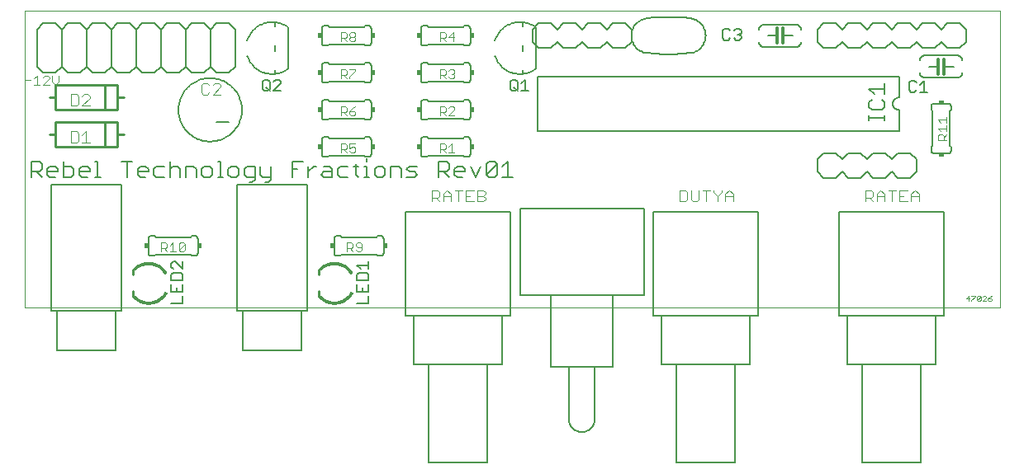
<source format=gto>
G75*
G70*
%OFA0B0*%
%FSLAX24Y24*%
%IPPOS*%
%LPD*%
%AMOC8*
5,1,8,0,0,1.08239X$1,22.5*
%
%ADD10C,0.0000*%
%ADD11C,0.0030*%
%ADD12C,0.0060*%
%ADD13C,0.0020*%
%ADD14C,0.0070*%
%ADD15C,0.0080*%
%ADD16C,0.0120*%
%ADD17C,0.0050*%
%ADD18R,0.0150X0.0200*%
%ADD19C,0.0040*%
%ADD20C,0.0100*%
%ADD21R,0.0200X0.0150*%
%ADD22C,0.0010*%
D10*
X000300Y006368D02*
X000300Y018368D01*
X039670Y018368D01*
X039670Y006368D01*
X000300Y006368D01*
D11*
X000683Y015383D02*
X000930Y015383D01*
X001052Y015383D02*
X001299Y015629D01*
X001299Y015691D01*
X001237Y015753D01*
X001113Y015753D01*
X001052Y015691D01*
X000807Y015753D02*
X000683Y015629D01*
X000562Y015568D02*
X000315Y015568D01*
X000807Y015753D02*
X000807Y015383D01*
X001052Y015383D02*
X001299Y015383D01*
X001420Y015506D02*
X001543Y015383D01*
X001667Y015506D01*
X001667Y015753D01*
X001420Y015753D02*
X001420Y015506D01*
D12*
X001550Y015868D02*
X001050Y015868D01*
X000800Y016118D01*
X000800Y017618D01*
X001050Y017868D01*
X001550Y017868D01*
X001800Y017618D01*
X001800Y016118D01*
X002050Y015868D01*
X002550Y015868D01*
X002800Y016118D01*
X002800Y017618D01*
X003050Y017868D01*
X003550Y017868D01*
X003800Y017618D01*
X003800Y016118D01*
X004050Y015868D01*
X004550Y015868D01*
X004800Y016118D01*
X004800Y017618D01*
X005050Y017868D01*
X005550Y017868D01*
X005800Y017618D01*
X005800Y016118D01*
X006050Y015868D01*
X006550Y015868D01*
X006800Y016118D01*
X006800Y017618D01*
X007050Y017868D01*
X007550Y017868D01*
X007800Y017618D01*
X007800Y016118D01*
X007550Y015868D01*
X007050Y015868D01*
X006800Y016118D01*
X005800Y016118D02*
X005550Y015868D01*
X005050Y015868D01*
X004800Y016118D01*
X003800Y016118D02*
X003550Y015868D01*
X003050Y015868D01*
X002800Y016118D01*
X001800Y016118D02*
X001550Y015868D01*
X001800Y017618D02*
X002050Y017868D01*
X002550Y017868D01*
X002800Y017618D01*
X003800Y017618D02*
X004050Y017868D01*
X004550Y017868D01*
X004800Y017618D01*
X005800Y017618D02*
X006050Y017868D01*
X006550Y017868D01*
X006800Y017618D01*
X007800Y017618D02*
X008050Y017868D01*
X008550Y017868D01*
X008800Y017618D01*
X008800Y016118D01*
X008550Y015868D01*
X008050Y015868D01*
X007800Y016118D01*
X012300Y016168D02*
X012300Y015568D01*
X012302Y015551D01*
X012306Y015534D01*
X012313Y015518D01*
X012323Y015504D01*
X012336Y015491D01*
X012350Y015481D01*
X012366Y015474D01*
X012383Y015470D01*
X012400Y015468D01*
X012550Y015468D01*
X012600Y015518D01*
X014000Y015518D01*
X014050Y015468D01*
X014200Y015468D01*
X014217Y015470D01*
X014234Y015474D01*
X014250Y015481D01*
X014264Y015491D01*
X014277Y015504D01*
X014287Y015518D01*
X014294Y015534D01*
X014298Y015551D01*
X014300Y015568D01*
X014300Y016168D01*
X014298Y016185D01*
X014294Y016202D01*
X014287Y016218D01*
X014277Y016232D01*
X014264Y016245D01*
X014250Y016255D01*
X014234Y016262D01*
X014217Y016266D01*
X014200Y016268D01*
X014050Y016268D01*
X014000Y016218D01*
X012600Y016218D01*
X012550Y016268D01*
X012400Y016268D01*
X012383Y016266D01*
X012366Y016262D01*
X012350Y016255D01*
X012336Y016245D01*
X012323Y016232D01*
X012313Y016218D01*
X012306Y016202D01*
X012302Y016185D01*
X012300Y016168D01*
X012400Y016968D02*
X012550Y016968D01*
X012600Y017018D01*
X014000Y017018D01*
X014050Y016968D01*
X014200Y016968D01*
X014217Y016970D01*
X014234Y016974D01*
X014250Y016981D01*
X014264Y016991D01*
X014277Y017004D01*
X014287Y017018D01*
X014294Y017034D01*
X014298Y017051D01*
X014300Y017068D01*
X014300Y017668D01*
X014298Y017685D01*
X014294Y017702D01*
X014287Y017718D01*
X014277Y017732D01*
X014264Y017745D01*
X014250Y017755D01*
X014234Y017762D01*
X014217Y017766D01*
X014200Y017768D01*
X014050Y017768D01*
X014000Y017718D01*
X012600Y017718D01*
X012550Y017768D01*
X012400Y017768D01*
X012383Y017766D01*
X012366Y017762D01*
X012350Y017755D01*
X012336Y017745D01*
X012323Y017732D01*
X012313Y017718D01*
X012306Y017702D01*
X012302Y017685D01*
X012300Y017668D01*
X012300Y017068D01*
X012302Y017051D01*
X012306Y017034D01*
X012313Y017018D01*
X012323Y017004D01*
X012336Y016991D01*
X012350Y016981D01*
X012366Y016974D01*
X012383Y016970D01*
X012400Y016968D01*
X016300Y017068D02*
X016300Y017668D01*
X016302Y017685D01*
X016306Y017702D01*
X016313Y017718D01*
X016323Y017732D01*
X016336Y017745D01*
X016350Y017755D01*
X016366Y017762D01*
X016383Y017766D01*
X016400Y017768D01*
X016550Y017768D01*
X016600Y017718D01*
X018000Y017718D01*
X018050Y017768D01*
X018200Y017768D01*
X018217Y017766D01*
X018234Y017762D01*
X018250Y017755D01*
X018264Y017745D01*
X018277Y017732D01*
X018287Y017718D01*
X018294Y017702D01*
X018298Y017685D01*
X018300Y017668D01*
X018300Y017068D01*
X018298Y017051D01*
X018294Y017034D01*
X018287Y017018D01*
X018277Y017004D01*
X018264Y016991D01*
X018250Y016981D01*
X018234Y016974D01*
X018217Y016970D01*
X018200Y016968D01*
X018050Y016968D01*
X018000Y017018D01*
X016600Y017018D01*
X016550Y016968D01*
X016400Y016968D01*
X016383Y016970D01*
X016366Y016974D01*
X016350Y016981D01*
X016336Y016991D01*
X016323Y017004D01*
X016313Y017018D01*
X016306Y017034D01*
X016302Y017051D01*
X016300Y017068D01*
X016400Y016268D02*
X016550Y016268D01*
X016600Y016218D01*
X018000Y016218D01*
X018050Y016268D01*
X018200Y016268D01*
X018217Y016266D01*
X018234Y016262D01*
X018250Y016255D01*
X018264Y016245D01*
X018277Y016232D01*
X018287Y016218D01*
X018294Y016202D01*
X018298Y016185D01*
X018300Y016168D01*
X018300Y015568D01*
X018298Y015551D01*
X018294Y015534D01*
X018287Y015518D01*
X018277Y015504D01*
X018264Y015491D01*
X018250Y015481D01*
X018234Y015474D01*
X018217Y015470D01*
X018200Y015468D01*
X018050Y015468D01*
X018000Y015518D01*
X016600Y015518D01*
X016550Y015468D01*
X016400Y015468D01*
X016383Y015470D01*
X016366Y015474D01*
X016350Y015481D01*
X016336Y015491D01*
X016323Y015504D01*
X016313Y015518D01*
X016306Y015534D01*
X016302Y015551D01*
X016300Y015568D01*
X016300Y016168D01*
X016302Y016185D01*
X016306Y016202D01*
X016313Y016218D01*
X016323Y016232D01*
X016336Y016245D01*
X016350Y016255D01*
X016366Y016262D01*
X016383Y016266D01*
X016400Y016268D01*
X016400Y014768D02*
X016550Y014768D01*
X016600Y014718D01*
X018000Y014718D01*
X018050Y014768D01*
X018200Y014768D01*
X018217Y014766D01*
X018234Y014762D01*
X018250Y014755D01*
X018264Y014745D01*
X018277Y014732D01*
X018287Y014718D01*
X018294Y014702D01*
X018298Y014685D01*
X018300Y014668D01*
X018300Y014068D01*
X018298Y014051D01*
X018294Y014034D01*
X018287Y014018D01*
X018277Y014004D01*
X018264Y013991D01*
X018250Y013981D01*
X018234Y013974D01*
X018217Y013970D01*
X018200Y013968D01*
X018050Y013968D01*
X018000Y014018D01*
X016600Y014018D01*
X016550Y013968D01*
X016400Y013968D01*
X016383Y013970D01*
X016366Y013974D01*
X016350Y013981D01*
X016336Y013991D01*
X016323Y014004D01*
X016313Y014018D01*
X016306Y014034D01*
X016302Y014051D01*
X016300Y014068D01*
X016300Y014668D01*
X016302Y014685D01*
X016306Y014702D01*
X016313Y014718D01*
X016323Y014732D01*
X016336Y014745D01*
X016350Y014755D01*
X016366Y014762D01*
X016383Y014766D01*
X016400Y014768D01*
X014300Y014668D02*
X014300Y014068D01*
X014298Y014051D01*
X014294Y014034D01*
X014287Y014018D01*
X014277Y014004D01*
X014264Y013991D01*
X014250Y013981D01*
X014234Y013974D01*
X014217Y013970D01*
X014200Y013968D01*
X014050Y013968D01*
X014000Y014018D01*
X012600Y014018D01*
X012550Y013968D01*
X012400Y013968D01*
X012383Y013970D01*
X012366Y013974D01*
X012350Y013981D01*
X012336Y013991D01*
X012323Y014004D01*
X012313Y014018D01*
X012306Y014034D01*
X012302Y014051D01*
X012300Y014068D01*
X012300Y014668D01*
X012302Y014685D01*
X012306Y014702D01*
X012313Y014718D01*
X012323Y014732D01*
X012336Y014745D01*
X012350Y014755D01*
X012366Y014762D01*
X012383Y014766D01*
X012400Y014768D01*
X012550Y014768D01*
X012600Y014718D01*
X014000Y014718D01*
X014050Y014768D01*
X014200Y014768D01*
X014217Y014766D01*
X014234Y014762D01*
X014250Y014755D01*
X014264Y014745D01*
X014277Y014732D01*
X014287Y014718D01*
X014294Y014702D01*
X014298Y014685D01*
X014300Y014668D01*
X014200Y013268D02*
X014050Y013268D01*
X014000Y013218D01*
X012600Y013218D01*
X012550Y013268D01*
X012400Y013268D01*
X012383Y013266D01*
X012366Y013262D01*
X012350Y013255D01*
X012336Y013245D01*
X012323Y013232D01*
X012313Y013218D01*
X012306Y013202D01*
X012302Y013185D01*
X012300Y013168D01*
X012300Y012568D01*
X012302Y012551D01*
X012306Y012534D01*
X012313Y012518D01*
X012323Y012504D01*
X012336Y012491D01*
X012350Y012481D01*
X012366Y012474D01*
X012383Y012470D01*
X012400Y012468D01*
X012550Y012468D01*
X012600Y012518D01*
X014000Y012518D01*
X014050Y012468D01*
X014200Y012468D01*
X014217Y012470D01*
X014234Y012474D01*
X014250Y012481D01*
X014264Y012491D01*
X014277Y012504D01*
X014287Y012518D01*
X014294Y012534D01*
X014298Y012551D01*
X014300Y012568D01*
X014300Y013168D01*
X014298Y013185D01*
X014294Y013202D01*
X014287Y013218D01*
X014277Y013232D01*
X014264Y013245D01*
X014250Y013255D01*
X014234Y013262D01*
X014217Y013266D01*
X014200Y013268D01*
X014115Y012395D02*
X014115Y012288D01*
X014115Y012075D02*
X014115Y011648D01*
X014008Y011648D02*
X014222Y011648D01*
X014438Y011754D02*
X014545Y011648D01*
X014758Y011648D01*
X014865Y011754D01*
X014865Y011968D01*
X014758Y012075D01*
X014545Y012075D01*
X014438Y011968D01*
X014438Y011754D01*
X013792Y011648D02*
X013685Y011754D01*
X013685Y012181D01*
X013578Y012075D02*
X013792Y012075D01*
X014008Y012075D02*
X014115Y012075D01*
X013361Y012075D02*
X013041Y012075D01*
X012934Y011968D01*
X012934Y011754D01*
X013041Y011648D01*
X013361Y011648D01*
X012716Y011648D02*
X012396Y011648D01*
X012289Y011754D01*
X012396Y011861D01*
X012716Y011861D01*
X012716Y011968D02*
X012716Y011648D01*
X012716Y011968D02*
X012610Y012075D01*
X012396Y012075D01*
X012072Y012075D02*
X011966Y012075D01*
X011752Y011861D01*
X011752Y011648D02*
X011752Y012075D01*
X011535Y012288D02*
X011108Y012288D01*
X011108Y011648D01*
X011108Y011968D02*
X011321Y011968D01*
X010246Y012075D02*
X010246Y011541D01*
X010139Y011434D01*
X010032Y011434D01*
X009925Y011648D02*
X010246Y011648D01*
X009925Y011648D02*
X009819Y011754D01*
X009819Y012075D01*
X009601Y012075D02*
X009281Y012075D01*
X009174Y011968D01*
X009174Y011754D01*
X009281Y011648D01*
X009601Y011648D01*
X009601Y011541D02*
X009601Y012075D01*
X008956Y011968D02*
X008850Y012075D01*
X008636Y012075D01*
X008529Y011968D01*
X008529Y011754D01*
X008636Y011648D01*
X008850Y011648D01*
X008956Y011754D01*
X008956Y011968D01*
X009388Y011434D02*
X009494Y011434D01*
X009601Y011541D01*
X008313Y011648D02*
X008100Y011648D01*
X008207Y011648D02*
X008207Y012288D01*
X008100Y012288D01*
X007882Y011968D02*
X007775Y012075D01*
X007562Y012075D01*
X007455Y011968D01*
X007455Y011754D01*
X007562Y011648D01*
X007775Y011648D01*
X007882Y011754D01*
X007882Y011968D01*
X007238Y011968D02*
X007238Y011648D01*
X007238Y011968D02*
X007131Y012075D01*
X006811Y012075D01*
X006811Y011648D01*
X006593Y011648D02*
X006593Y011968D01*
X006486Y012075D01*
X006273Y012075D01*
X006166Y011968D01*
X005949Y012075D02*
X005628Y012075D01*
X005522Y011968D01*
X005522Y011754D01*
X005628Y011648D01*
X005949Y011648D01*
X006166Y011648D02*
X006166Y012288D01*
X005304Y011968D02*
X005304Y011861D01*
X004877Y011861D01*
X004877Y011754D02*
X004877Y011968D01*
X004984Y012075D01*
X005197Y012075D01*
X005304Y011968D01*
X005197Y011648D02*
X004984Y011648D01*
X004877Y011754D01*
X004446Y011648D02*
X004446Y012288D01*
X004659Y012288D02*
X004232Y012288D01*
X003265Y012288D02*
X003265Y011648D01*
X003158Y011648D02*
X003372Y011648D01*
X002941Y011861D02*
X002514Y011861D01*
X002514Y011754D02*
X002514Y011968D01*
X002620Y012075D01*
X002834Y012075D01*
X002941Y011968D01*
X002941Y011861D01*
X002834Y011648D02*
X002620Y011648D01*
X002514Y011754D01*
X002296Y011754D02*
X002296Y011968D01*
X002189Y012075D01*
X001869Y012075D01*
X001869Y012288D02*
X001869Y011648D01*
X002189Y011648D01*
X002296Y011754D01*
X001652Y011861D02*
X001225Y011861D01*
X001225Y011754D02*
X001225Y011968D01*
X001331Y012075D01*
X001545Y012075D01*
X001652Y011968D01*
X001652Y011861D01*
X001545Y011648D02*
X001331Y011648D01*
X001225Y011754D01*
X001007Y011648D02*
X000794Y011861D01*
X000900Y011861D02*
X000580Y011861D01*
X000580Y011648D02*
X000580Y012288D01*
X000900Y012288D01*
X001007Y012181D01*
X001007Y011968D01*
X000900Y011861D01*
X003158Y012288D02*
X003265Y012288D01*
X005400Y009268D02*
X005550Y009268D01*
X005600Y009218D01*
X007000Y009218D01*
X007050Y009268D01*
X007200Y009268D01*
X007217Y009266D01*
X007234Y009262D01*
X007250Y009255D01*
X007264Y009245D01*
X007277Y009232D01*
X007287Y009218D01*
X007294Y009202D01*
X007298Y009185D01*
X007300Y009168D01*
X007300Y008568D01*
X007298Y008551D01*
X007294Y008534D01*
X007287Y008518D01*
X007277Y008504D01*
X007264Y008491D01*
X007250Y008481D01*
X007234Y008474D01*
X007217Y008470D01*
X007200Y008468D01*
X007050Y008468D01*
X007000Y008518D01*
X005600Y008518D01*
X005550Y008468D01*
X005400Y008468D01*
X005383Y008470D01*
X005366Y008474D01*
X005350Y008481D01*
X005336Y008491D01*
X005323Y008504D01*
X005313Y008518D01*
X005306Y008534D01*
X005302Y008551D01*
X005300Y008568D01*
X005300Y009168D01*
X005302Y009185D01*
X005306Y009202D01*
X005313Y009218D01*
X005323Y009232D01*
X005336Y009245D01*
X005350Y009255D01*
X005366Y009262D01*
X005383Y009266D01*
X005400Y009268D01*
X012800Y009168D02*
X012800Y008568D01*
X012802Y008551D01*
X012806Y008534D01*
X012813Y008518D01*
X012823Y008504D01*
X012836Y008491D01*
X012850Y008481D01*
X012866Y008474D01*
X012883Y008470D01*
X012900Y008468D01*
X013050Y008468D01*
X013100Y008518D01*
X014500Y008518D01*
X014550Y008468D01*
X014700Y008468D01*
X014717Y008470D01*
X014734Y008474D01*
X014750Y008481D01*
X014764Y008491D01*
X014777Y008504D01*
X014787Y008518D01*
X014794Y008534D01*
X014798Y008551D01*
X014800Y008568D01*
X014800Y009168D01*
X014798Y009185D01*
X014794Y009202D01*
X014787Y009218D01*
X014777Y009232D01*
X014764Y009245D01*
X014750Y009255D01*
X014734Y009262D01*
X014717Y009266D01*
X014700Y009268D01*
X014550Y009268D01*
X014500Y009218D01*
X013100Y009218D01*
X013050Y009268D01*
X012900Y009268D01*
X012883Y009266D01*
X012866Y009262D01*
X012850Y009255D01*
X012836Y009245D01*
X012823Y009232D01*
X012813Y009218D01*
X012806Y009202D01*
X012802Y009185D01*
X012800Y009168D01*
X015082Y011648D02*
X015082Y012075D01*
X015403Y012075D01*
X015509Y011968D01*
X015509Y011648D01*
X015727Y011648D02*
X016047Y011648D01*
X016154Y011754D01*
X016047Y011861D01*
X015834Y011861D01*
X015727Y011968D01*
X015834Y012075D01*
X016154Y012075D01*
X016400Y012468D02*
X016550Y012468D01*
X016600Y012518D01*
X018000Y012518D01*
X018050Y012468D01*
X018200Y012468D01*
X018217Y012470D01*
X018234Y012474D01*
X018250Y012481D01*
X018264Y012491D01*
X018277Y012504D01*
X018287Y012518D01*
X018294Y012534D01*
X018298Y012551D01*
X018300Y012568D01*
X018300Y013168D01*
X018298Y013185D01*
X018294Y013202D01*
X018287Y013218D01*
X018277Y013232D01*
X018264Y013245D01*
X018250Y013255D01*
X018234Y013262D01*
X018217Y013266D01*
X018200Y013268D01*
X018050Y013268D01*
X018000Y013218D01*
X016600Y013218D01*
X016550Y013268D01*
X016400Y013268D01*
X016383Y013266D01*
X016366Y013262D01*
X016350Y013255D01*
X016336Y013245D01*
X016323Y013232D01*
X016313Y013218D01*
X016306Y013202D01*
X016302Y013185D01*
X016300Y013168D01*
X016300Y012568D01*
X016302Y012551D01*
X016306Y012534D01*
X016313Y012518D01*
X016323Y012504D01*
X016336Y012491D01*
X016350Y012481D01*
X016366Y012474D01*
X016383Y012470D01*
X016400Y012468D01*
X017016Y012288D02*
X017336Y012288D01*
X017443Y012181D01*
X017443Y011968D01*
X017336Y011861D01*
X017016Y011861D01*
X017016Y011648D02*
X017016Y012288D01*
X017661Y011968D02*
X017767Y012075D01*
X017981Y012075D01*
X018088Y011968D01*
X018088Y011861D01*
X017661Y011861D01*
X017661Y011754D02*
X017661Y011968D01*
X017661Y011754D02*
X017767Y011648D01*
X017981Y011648D01*
X018305Y012075D02*
X018519Y011648D01*
X018732Y012075D01*
X018950Y012181D02*
X019056Y012288D01*
X019270Y012288D01*
X019377Y012181D01*
X018950Y011754D01*
X019056Y011648D01*
X019270Y011648D01*
X019377Y011754D01*
X019377Y012181D01*
X019594Y012075D02*
X019808Y012288D01*
X019808Y011648D01*
X020021Y011648D02*
X019594Y011648D01*
X018950Y011754D02*
X018950Y012181D01*
X017443Y011648D02*
X017230Y011861D01*
X021000Y013518D02*
X021000Y015718D01*
X035600Y015718D01*
X035600Y014868D01*
X035570Y014866D01*
X035540Y014861D01*
X035511Y014852D01*
X035484Y014839D01*
X035458Y014824D01*
X035434Y014805D01*
X035413Y014784D01*
X035394Y014760D01*
X035379Y014734D01*
X035366Y014707D01*
X035357Y014678D01*
X035352Y014648D01*
X035350Y014618D01*
X035352Y014588D01*
X035357Y014558D01*
X035366Y014529D01*
X035379Y014502D01*
X035394Y014476D01*
X035413Y014452D01*
X035434Y014431D01*
X035458Y014412D01*
X035484Y014397D01*
X035511Y014384D01*
X035540Y014375D01*
X035570Y014370D01*
X035600Y014368D01*
X035600Y013518D01*
X021000Y013518D01*
X030150Y016918D02*
X031450Y016918D01*
X031476Y016920D01*
X031502Y016925D01*
X031527Y016933D01*
X031550Y016945D01*
X031572Y016959D01*
X031591Y016977D01*
X031609Y016996D01*
X031623Y017018D01*
X031635Y017041D01*
X031643Y017066D01*
X031648Y017092D01*
X031650Y017118D01*
X031300Y017368D02*
X030930Y017368D01*
X030680Y017368D02*
X030300Y017368D01*
X029950Y017618D02*
X029952Y017644D01*
X029957Y017670D01*
X029965Y017695D01*
X029977Y017718D01*
X029991Y017740D01*
X030009Y017759D01*
X030028Y017777D01*
X030050Y017791D01*
X030073Y017803D01*
X030098Y017811D01*
X030124Y017816D01*
X030150Y017818D01*
X031450Y017818D01*
X031476Y017816D01*
X031502Y017811D01*
X031527Y017803D01*
X031550Y017791D01*
X031572Y017777D01*
X031591Y017759D01*
X031609Y017740D01*
X031623Y017718D01*
X031635Y017695D01*
X031643Y017670D01*
X031648Y017644D01*
X031650Y017618D01*
X030150Y016918D02*
X030124Y016920D01*
X030098Y016925D01*
X030073Y016933D01*
X030050Y016945D01*
X030028Y016959D01*
X030009Y016977D01*
X029991Y016996D01*
X029977Y017018D01*
X029965Y017041D01*
X029957Y017066D01*
X029952Y017092D01*
X029950Y017118D01*
X036650Y016568D02*
X037950Y016568D01*
X037976Y016566D01*
X038002Y016561D01*
X038027Y016553D01*
X038050Y016541D01*
X038072Y016527D01*
X038091Y016509D01*
X038109Y016490D01*
X038123Y016468D01*
X038135Y016445D01*
X038143Y016420D01*
X038148Y016394D01*
X038150Y016368D01*
X037800Y016118D02*
X037420Y016118D01*
X037170Y016118D02*
X036800Y016118D01*
X036450Y016368D02*
X036452Y016394D01*
X036457Y016420D01*
X036465Y016445D01*
X036477Y016468D01*
X036491Y016490D01*
X036509Y016509D01*
X036528Y016527D01*
X036550Y016541D01*
X036573Y016553D01*
X036598Y016561D01*
X036624Y016566D01*
X036650Y016568D01*
X036450Y015868D02*
X036452Y015842D01*
X036457Y015816D01*
X036465Y015791D01*
X036477Y015768D01*
X036491Y015746D01*
X036509Y015727D01*
X036528Y015709D01*
X036550Y015695D01*
X036573Y015683D01*
X036598Y015675D01*
X036624Y015670D01*
X036650Y015668D01*
X037950Y015668D01*
X037976Y015670D01*
X038002Y015675D01*
X038027Y015683D01*
X038050Y015695D01*
X038072Y015709D01*
X038091Y015727D01*
X038109Y015746D01*
X038123Y015768D01*
X038135Y015791D01*
X038143Y015816D01*
X038148Y015842D01*
X038150Y015868D01*
X037600Y014618D02*
X037000Y014618D01*
X036983Y014616D01*
X036966Y014612D01*
X036950Y014605D01*
X036936Y014595D01*
X036923Y014582D01*
X036913Y014568D01*
X036906Y014552D01*
X036902Y014535D01*
X036900Y014518D01*
X036900Y014368D01*
X036950Y014318D01*
X036950Y012918D01*
X036900Y012868D01*
X036900Y012718D01*
X036902Y012701D01*
X036906Y012684D01*
X036913Y012668D01*
X036923Y012654D01*
X036936Y012641D01*
X036950Y012631D01*
X036966Y012624D01*
X036983Y012620D01*
X037000Y012618D01*
X037600Y012618D01*
X037617Y012620D01*
X037634Y012624D01*
X037650Y012631D01*
X037664Y012641D01*
X037677Y012654D01*
X037687Y012668D01*
X037694Y012684D01*
X037698Y012701D01*
X037700Y012718D01*
X037700Y012868D01*
X037650Y012918D01*
X037650Y014318D01*
X037700Y014368D01*
X037700Y014518D01*
X037698Y014535D01*
X037694Y014552D01*
X037687Y014568D01*
X037677Y014582D01*
X037664Y014595D01*
X037650Y014605D01*
X037634Y014612D01*
X037617Y014616D01*
X037600Y014618D01*
D13*
X038420Y006848D02*
X038310Y006738D01*
X038457Y006738D01*
X038531Y006664D02*
X038531Y006628D01*
X038531Y006664D02*
X038678Y006811D01*
X038678Y006848D01*
X038531Y006848D01*
X038420Y006848D02*
X038420Y006628D01*
X038752Y006664D02*
X038752Y006811D01*
X038789Y006848D01*
X038862Y006848D01*
X038899Y006811D01*
X038752Y006664D01*
X038789Y006628D01*
X038862Y006628D01*
X038899Y006664D01*
X038899Y006811D01*
X038973Y006811D02*
X039010Y006848D01*
X039083Y006848D01*
X039120Y006811D01*
X039120Y006774D01*
X038973Y006628D01*
X039120Y006628D01*
X039194Y006664D02*
X039231Y006628D01*
X039304Y006628D01*
X039341Y006664D01*
X039341Y006701D01*
X039304Y006738D01*
X039194Y006738D01*
X039194Y006664D01*
X039194Y006738D02*
X039267Y006811D01*
X039341Y006848D01*
D14*
X035025Y013934D02*
X035025Y014144D01*
X035025Y014039D02*
X034394Y014039D01*
X034394Y013934D02*
X034394Y014144D01*
X034500Y014363D02*
X034920Y014363D01*
X035025Y014469D01*
X035025Y014679D01*
X034920Y014784D01*
X035025Y015008D02*
X035025Y015428D01*
X035025Y015218D02*
X034394Y015218D01*
X034605Y015008D01*
X034500Y014784D02*
X034394Y014679D01*
X034394Y014469D01*
X034500Y014363D01*
D15*
X034550Y012618D02*
X035050Y012618D01*
X035300Y012368D01*
X035550Y012618D01*
X036050Y012618D01*
X036300Y012368D01*
X036300Y011868D01*
X036050Y011618D01*
X035550Y011618D01*
X035300Y011868D01*
X035050Y011618D01*
X034550Y011618D01*
X034300Y011868D01*
X034050Y011618D01*
X033550Y011618D01*
X033300Y011868D01*
X033050Y011618D01*
X032550Y011618D01*
X032300Y011868D01*
X032300Y012368D01*
X032550Y012618D01*
X033050Y012618D01*
X033300Y012368D01*
X033550Y012618D01*
X034050Y012618D01*
X034300Y012368D01*
X034550Y012618D01*
X033194Y010243D02*
X037406Y010243D01*
X029906Y010243D02*
X025694Y010243D01*
X025400Y018068D02*
X025759Y018100D01*
X026120Y018116D01*
X026480Y018116D01*
X026841Y018100D01*
X027200Y018068D01*
X027252Y018058D01*
X027303Y018044D01*
X027353Y018026D01*
X027401Y018005D01*
X027448Y017980D01*
X027492Y017952D01*
X027535Y017920D01*
X027575Y017886D01*
X027612Y017848D01*
X027646Y017808D01*
X027678Y017766D01*
X027706Y017721D01*
X027730Y017674D01*
X027751Y017626D01*
X027769Y017576D01*
X027782Y017525D01*
X027792Y017473D01*
X027798Y017421D01*
X027800Y017368D01*
X027798Y017315D01*
X027792Y017263D01*
X027782Y017211D01*
X027769Y017160D01*
X027751Y017110D01*
X027730Y017062D01*
X027706Y017015D01*
X027678Y016970D01*
X027646Y016928D01*
X027612Y016888D01*
X027575Y016850D01*
X027535Y016816D01*
X027492Y016784D01*
X027448Y016756D01*
X027401Y016731D01*
X027353Y016710D01*
X027303Y016692D01*
X027252Y016678D01*
X027200Y016668D01*
X025400Y016668D02*
X025348Y016678D01*
X025297Y016692D01*
X025247Y016710D01*
X025199Y016731D01*
X025152Y016756D01*
X025108Y016784D01*
X025065Y016816D01*
X025025Y016850D01*
X024988Y016888D01*
X024954Y016928D01*
X024922Y016970D01*
X024894Y017015D01*
X024870Y017062D01*
X024849Y017110D01*
X024831Y017160D01*
X024818Y017211D01*
X024808Y017263D01*
X024802Y017315D01*
X024800Y017368D01*
X024802Y017421D01*
X024808Y017473D01*
X024818Y017525D01*
X024831Y017576D01*
X024849Y017626D01*
X024870Y017674D01*
X024894Y017721D01*
X024922Y017766D01*
X024954Y017808D01*
X024988Y017848D01*
X025025Y017886D01*
X025065Y017920D01*
X025108Y017952D01*
X025152Y017980D01*
X025199Y018005D01*
X025247Y018026D01*
X025297Y018044D01*
X025348Y018058D01*
X025400Y018068D01*
X024800Y017618D02*
X024550Y017868D01*
X024050Y017868D01*
X023800Y017618D01*
X023550Y017868D01*
X023050Y017868D01*
X022800Y017618D01*
X022550Y017868D01*
X022050Y017868D01*
X021800Y017618D01*
X021550Y017868D01*
X021050Y017868D01*
X020800Y017618D01*
X020800Y017118D01*
X021050Y016868D01*
X021550Y016868D01*
X021800Y017118D01*
X022050Y016868D01*
X022550Y016868D01*
X022800Y017118D01*
X023050Y016868D01*
X023550Y016868D01*
X023800Y017118D01*
X024050Y016868D01*
X024550Y016868D01*
X024800Y017118D01*
X024800Y017618D01*
X025400Y016668D02*
X025759Y016636D01*
X026120Y016620D01*
X026480Y016620D01*
X026841Y016636D01*
X027200Y016668D01*
X032300Y017118D02*
X032300Y017618D01*
X032550Y017868D01*
X033050Y017868D01*
X033300Y017618D01*
X033550Y017868D01*
X034050Y017868D01*
X034300Y017618D01*
X034550Y017868D01*
X035050Y017868D01*
X035300Y017618D01*
X035550Y017868D01*
X036050Y017868D01*
X036300Y017618D01*
X036550Y017868D01*
X037050Y017868D01*
X037300Y017618D01*
X037550Y017868D01*
X038050Y017868D01*
X038300Y017618D01*
X038300Y017118D01*
X038050Y016868D01*
X037550Y016868D01*
X037300Y017118D01*
X037050Y016868D01*
X036550Y016868D01*
X036300Y017118D01*
X036050Y016868D01*
X035550Y016868D01*
X035300Y017118D01*
X035050Y016868D01*
X034550Y016868D01*
X034300Y017118D01*
X034050Y016868D01*
X033550Y016868D01*
X033300Y017118D01*
X033050Y016868D01*
X032550Y016868D01*
X032300Y017118D01*
X019906Y010243D02*
X015694Y010243D01*
X008550Y013868D02*
X008050Y013868D01*
X006520Y014368D02*
X006522Y014439D01*
X006528Y014510D01*
X006538Y014581D01*
X006552Y014650D01*
X006569Y014719D01*
X006591Y014787D01*
X006616Y014854D01*
X006645Y014919D01*
X006677Y014982D01*
X006713Y015044D01*
X006752Y015103D01*
X006795Y015160D01*
X006840Y015215D01*
X006889Y015267D01*
X006940Y015316D01*
X006994Y015362D01*
X007051Y015406D01*
X007109Y015446D01*
X007170Y015482D01*
X007233Y015516D01*
X007298Y015545D01*
X007364Y015571D01*
X007432Y015594D01*
X007500Y015612D01*
X007570Y015627D01*
X007640Y015638D01*
X007711Y015645D01*
X007782Y015648D01*
X007853Y015647D01*
X007924Y015642D01*
X007995Y015633D01*
X008065Y015620D01*
X008134Y015604D01*
X008202Y015583D01*
X008269Y015559D01*
X008335Y015531D01*
X008398Y015499D01*
X008460Y015464D01*
X008520Y015426D01*
X008578Y015384D01*
X008633Y015340D01*
X008686Y015292D01*
X008736Y015241D01*
X008783Y015188D01*
X008827Y015132D01*
X008868Y015074D01*
X008906Y015013D01*
X008940Y014951D01*
X008970Y014886D01*
X008997Y014821D01*
X009021Y014753D01*
X009040Y014685D01*
X009056Y014616D01*
X009068Y014545D01*
X009076Y014475D01*
X009080Y014404D01*
X009080Y014332D01*
X009076Y014261D01*
X009068Y014191D01*
X009056Y014120D01*
X009040Y014051D01*
X009021Y013983D01*
X008997Y013915D01*
X008970Y013850D01*
X008940Y013785D01*
X008906Y013723D01*
X008868Y013662D01*
X008827Y013604D01*
X008783Y013548D01*
X008736Y013495D01*
X008686Y013444D01*
X008633Y013396D01*
X008578Y013352D01*
X008520Y013310D01*
X008460Y013272D01*
X008398Y013237D01*
X008335Y013205D01*
X008269Y013177D01*
X008202Y013153D01*
X008134Y013132D01*
X008065Y013116D01*
X007995Y013103D01*
X007924Y013094D01*
X007853Y013089D01*
X007782Y013088D01*
X007711Y013091D01*
X007640Y013098D01*
X007570Y013109D01*
X007500Y013124D01*
X007432Y013142D01*
X007364Y013165D01*
X007298Y013191D01*
X007233Y013220D01*
X007170Y013254D01*
X007109Y013290D01*
X007051Y013330D01*
X006994Y013374D01*
X006940Y013420D01*
X006889Y013469D01*
X006840Y013521D01*
X006795Y013576D01*
X006752Y013633D01*
X006713Y013692D01*
X006677Y013754D01*
X006645Y013817D01*
X006616Y013882D01*
X006591Y013949D01*
X006569Y014017D01*
X006552Y014086D01*
X006538Y014155D01*
X006528Y014226D01*
X006522Y014297D01*
X006520Y014368D01*
X015694Y006031D02*
X016028Y006031D01*
X019572Y006031D01*
X019906Y006031D01*
X025694Y006031D02*
X026028Y006031D01*
X029572Y006031D01*
X029906Y006031D01*
X033194Y006031D02*
X033528Y006031D01*
X037072Y006031D01*
X037406Y006031D01*
D16*
X037420Y015818D02*
X037420Y016118D01*
X037420Y016418D01*
X037170Y016418D02*
X037170Y016118D01*
X037170Y015818D01*
X030930Y017068D02*
X030930Y017368D01*
X030930Y017668D01*
X030680Y017668D02*
X030680Y017368D01*
X030680Y017068D01*
D17*
X003981Y004655D02*
X001619Y004655D01*
X001619Y006230D01*
X003981Y006230D01*
X003981Y004655D01*
X003981Y006230D02*
X004217Y006230D01*
X004217Y011348D01*
X001383Y011348D01*
X001383Y006230D01*
X001619Y006230D01*
X006225Y006551D02*
X006675Y006551D01*
X006675Y006851D01*
X006675Y007011D02*
X006225Y007011D01*
X006225Y007312D01*
X006225Y007472D02*
X006225Y007697D01*
X006300Y007772D01*
X006600Y007772D01*
X006675Y007697D01*
X006675Y007472D01*
X006225Y007472D01*
X006675Y007312D02*
X006675Y007011D01*
X006450Y007011D02*
X006450Y007161D01*
X006300Y007932D02*
X006225Y008007D01*
X006225Y008157D01*
X006300Y008232D01*
X006375Y008232D01*
X006675Y007932D01*
X006675Y008232D01*
X008883Y006230D02*
X009119Y006230D01*
X009119Y004655D01*
X011481Y004655D01*
X011481Y006230D01*
X011717Y006230D01*
X011717Y011348D01*
X008883Y011348D01*
X008883Y006230D01*
X009119Y006230D02*
X011481Y006230D01*
X013725Y006551D02*
X014175Y006551D01*
X014175Y006851D01*
X014175Y007011D02*
X014175Y007312D01*
X014175Y007472D02*
X014175Y007697D01*
X014100Y007772D01*
X013800Y007772D01*
X013725Y007697D01*
X013725Y007472D01*
X014175Y007472D01*
X013950Y007161D02*
X013950Y007011D01*
X013725Y007011D02*
X014175Y007011D01*
X013725Y007011D02*
X013725Y007312D01*
X013875Y007932D02*
X013725Y008082D01*
X014175Y008082D01*
X014175Y007932D02*
X014175Y008232D01*
X015694Y010243D02*
X015694Y006031D01*
X016028Y006031D02*
X016028Y004062D01*
X016619Y004062D01*
X016619Y000125D01*
X018981Y000125D01*
X018981Y004062D01*
X019572Y004062D01*
X019572Y006031D01*
X019906Y006031D02*
X019906Y010243D01*
X020300Y010368D02*
X020300Y006868D01*
X021550Y006868D01*
X021550Y003988D01*
X022275Y003988D01*
X022275Y001868D01*
X022277Y001823D01*
X022283Y001779D01*
X022292Y001736D01*
X022305Y001693D01*
X022322Y001652D01*
X022342Y001612D01*
X022365Y001574D01*
X022392Y001538D01*
X022421Y001505D01*
X022453Y001474D01*
X022488Y001446D01*
X022525Y001421D01*
X022564Y001399D01*
X022604Y001381D01*
X022646Y001366D01*
X022689Y001355D01*
X022733Y001347D01*
X022778Y001343D01*
X022822Y001343D01*
X022867Y001347D01*
X022911Y001355D01*
X022954Y001366D01*
X022996Y001381D01*
X023036Y001399D01*
X023075Y001421D01*
X023112Y001446D01*
X023147Y001474D01*
X023179Y001505D01*
X023208Y001538D01*
X023235Y001574D01*
X023258Y001612D01*
X023278Y001652D01*
X023295Y001693D01*
X023308Y001736D01*
X023317Y001779D01*
X023323Y001823D01*
X023325Y001868D01*
X023325Y003988D01*
X024050Y003988D01*
X024050Y006868D01*
X025300Y006868D01*
X025300Y010368D01*
X020300Y010368D01*
X025694Y010243D02*
X025694Y006031D01*
X026028Y006031D02*
X026028Y004062D01*
X026619Y004062D01*
X026619Y000125D01*
X028981Y000125D01*
X028981Y004062D01*
X029572Y004062D01*
X029572Y006031D01*
X029906Y006031D02*
X029906Y010243D01*
X033194Y010243D02*
X033194Y006031D01*
X033528Y006031D02*
X033528Y004062D01*
X034119Y004062D01*
X034119Y000125D01*
X036481Y000125D01*
X036481Y004062D01*
X037072Y004062D01*
X037072Y006031D01*
X037406Y006031D02*
X037406Y010243D01*
X036765Y015093D02*
X036465Y015093D01*
X036615Y015093D02*
X036615Y015543D01*
X036465Y015393D01*
X036304Y015468D02*
X036229Y015543D01*
X036079Y015543D01*
X036004Y015468D01*
X036004Y015168D01*
X036079Y015093D01*
X036229Y015093D01*
X036304Y015168D01*
X029236Y017268D02*
X029161Y017193D01*
X029010Y017193D01*
X028935Y017268D01*
X028775Y017268D02*
X028700Y017193D01*
X028550Y017193D01*
X028475Y017268D01*
X028475Y017568D01*
X028550Y017643D01*
X028700Y017643D01*
X028775Y017568D01*
X028935Y017568D02*
X029010Y017643D01*
X029161Y017643D01*
X029236Y017568D01*
X029236Y017493D01*
X029161Y017418D01*
X029236Y017343D01*
X029236Y017268D01*
X029161Y017418D02*
X029086Y017418D01*
X020950Y017692D02*
X020950Y016043D01*
X020400Y015980D02*
X020400Y015822D01*
X020515Y015593D02*
X020515Y015143D01*
X020365Y015143D02*
X020665Y015143D01*
X020365Y015443D02*
X020515Y015593D01*
X020204Y015518D02*
X020204Y015218D01*
X020129Y015143D01*
X019979Y015143D01*
X019904Y015218D01*
X019904Y015518D01*
X019979Y015593D01*
X020129Y015593D01*
X020204Y015518D01*
X020054Y015293D02*
X020204Y015143D01*
X020400Y016755D02*
X020400Y016980D01*
X020950Y016043D02*
X020902Y016008D01*
X020852Y015975D01*
X020800Y015944D01*
X020746Y015917D01*
X020691Y015893D01*
X020634Y015873D01*
X020577Y015855D01*
X020519Y015841D01*
X020460Y015830D01*
X020400Y015823D01*
X020338Y015819D01*
X020275Y015818D01*
X020213Y015822D01*
X020151Y015829D01*
X020090Y015839D01*
X020029Y015854D01*
X019969Y015872D01*
X019910Y015893D01*
X019853Y015918D01*
X019798Y015946D01*
X019744Y015977D01*
X019692Y016012D01*
X019642Y016050D01*
X019595Y016090D01*
X019550Y016134D01*
X019507Y016179D01*
X019468Y016228D01*
X019431Y016278D01*
X019398Y016331D01*
X019367Y016385D01*
X019340Y016442D01*
X019317Y016499D01*
X019297Y016558D01*
X019297Y017178D02*
X019317Y017238D01*
X019341Y017297D01*
X019369Y017354D01*
X019400Y017409D01*
X019435Y017463D01*
X019472Y017514D01*
X019513Y017563D01*
X019557Y017609D01*
X019603Y017653D01*
X019652Y017694D01*
X019703Y017732D01*
X019756Y017766D01*
X019812Y017798D01*
X019869Y017825D01*
X019928Y017850D01*
X019988Y017870D01*
X020049Y017888D01*
X020111Y017901D01*
X020174Y017910D01*
X020237Y017916D01*
X020301Y017918D01*
X020365Y017916D01*
X020428Y017910D01*
X020491Y017901D01*
X020553Y017887D01*
X020614Y017870D01*
X020674Y017849D01*
X020733Y017825D01*
X020790Y017797D01*
X020846Y017765D01*
X020899Y017730D01*
X020950Y017693D01*
X020400Y017755D02*
X020400Y017913D01*
X010950Y017692D02*
X010950Y016043D01*
X010400Y015980D02*
X010400Y015822D01*
X010440Y015593D02*
X010365Y015518D01*
X010440Y015593D02*
X010590Y015593D01*
X010665Y015518D01*
X010665Y015443D01*
X010365Y015143D01*
X010665Y015143D01*
X010204Y015143D02*
X010054Y015293D01*
X009979Y015143D02*
X009904Y015218D01*
X009904Y015518D01*
X009979Y015593D01*
X010129Y015593D01*
X010204Y015518D01*
X010204Y015218D01*
X010129Y015143D01*
X009979Y015143D01*
X010400Y016755D02*
X010400Y016980D01*
X010950Y016043D02*
X010902Y016008D01*
X010852Y015975D01*
X010800Y015944D01*
X010746Y015917D01*
X010691Y015893D01*
X010634Y015873D01*
X010577Y015855D01*
X010519Y015841D01*
X010460Y015830D01*
X010400Y015823D01*
X010338Y015819D01*
X010275Y015818D01*
X010213Y015822D01*
X010151Y015829D01*
X010090Y015839D01*
X010029Y015854D01*
X009969Y015872D01*
X009910Y015893D01*
X009853Y015918D01*
X009798Y015946D01*
X009744Y015977D01*
X009692Y016012D01*
X009642Y016050D01*
X009595Y016090D01*
X009550Y016134D01*
X009507Y016179D01*
X009468Y016228D01*
X009431Y016278D01*
X009398Y016331D01*
X009367Y016385D01*
X009340Y016442D01*
X009317Y016499D01*
X009297Y016558D01*
X009297Y017178D02*
X009317Y017238D01*
X009341Y017297D01*
X009369Y017354D01*
X009400Y017409D01*
X009435Y017463D01*
X009472Y017514D01*
X009513Y017563D01*
X009557Y017609D01*
X009603Y017653D01*
X009652Y017694D01*
X009703Y017732D01*
X009756Y017766D01*
X009812Y017798D01*
X009869Y017825D01*
X009928Y017850D01*
X009988Y017870D01*
X010049Y017888D01*
X010111Y017901D01*
X010174Y017910D01*
X010237Y017916D01*
X010301Y017918D01*
X010365Y017916D01*
X010428Y017910D01*
X010491Y017901D01*
X010553Y017887D01*
X010614Y017870D01*
X010674Y017849D01*
X010733Y017825D01*
X010790Y017797D01*
X010846Y017765D01*
X010899Y017730D01*
X010950Y017693D01*
X010400Y017755D02*
X010400Y017913D01*
X021550Y006868D02*
X024050Y006868D01*
X026619Y004062D02*
X028981Y004062D01*
X034119Y004062D02*
X036481Y004062D01*
X023325Y003988D02*
X022275Y003988D01*
X018981Y004062D02*
X016619Y004062D01*
D18*
X014875Y008868D03*
X012725Y008868D03*
X007375Y008868D03*
X005225Y008868D03*
X012225Y012868D03*
X014375Y012868D03*
X016225Y012868D03*
X018375Y012868D03*
X018375Y014368D03*
X016225Y014368D03*
X014375Y014368D03*
X012225Y014368D03*
X012225Y015868D03*
X014375Y015868D03*
X016225Y015868D03*
X018375Y015868D03*
X018375Y017368D03*
X016225Y017368D03*
X014375Y017368D03*
X012225Y017368D03*
D19*
X013070Y017264D02*
X013245Y017264D01*
X013304Y017323D01*
X013304Y017439D01*
X013245Y017498D01*
X013070Y017498D01*
X013070Y017148D01*
X013187Y017264D02*
X013304Y017148D01*
X013429Y017206D02*
X013429Y017264D01*
X013487Y017323D01*
X013604Y017323D01*
X013663Y017264D01*
X013663Y017206D01*
X013604Y017148D01*
X013487Y017148D01*
X013429Y017206D01*
X013487Y017323D02*
X013429Y017381D01*
X013429Y017439D01*
X013487Y017498D01*
X013604Y017498D01*
X013663Y017439D01*
X013663Y017381D01*
X013604Y017323D01*
X013663Y015998D02*
X013663Y015939D01*
X013429Y015706D01*
X013429Y015648D01*
X013304Y015648D02*
X013187Y015764D01*
X013245Y015764D02*
X013070Y015764D01*
X013070Y015648D02*
X013070Y015998D01*
X013245Y015998D01*
X013304Y015939D01*
X013304Y015823D01*
X013245Y015764D01*
X013429Y015998D02*
X013663Y015998D01*
X013663Y014498D02*
X013546Y014439D01*
X013429Y014323D01*
X013604Y014323D01*
X013663Y014264D01*
X013663Y014206D01*
X013604Y014148D01*
X013487Y014148D01*
X013429Y014206D01*
X013429Y014323D01*
X013304Y014323D02*
X013304Y014439D01*
X013245Y014498D01*
X013070Y014498D01*
X013070Y014148D01*
X013070Y014264D02*
X013245Y014264D01*
X013304Y014323D01*
X013187Y014264D02*
X013304Y014148D01*
X013245Y012998D02*
X013304Y012939D01*
X013304Y012823D01*
X013245Y012764D01*
X013070Y012764D01*
X013070Y012648D02*
X013070Y012998D01*
X013245Y012998D01*
X013429Y012998D02*
X013429Y012823D01*
X013546Y012881D01*
X013604Y012881D01*
X013663Y012823D01*
X013663Y012706D01*
X013604Y012648D01*
X013487Y012648D01*
X013429Y012706D01*
X013304Y012648D02*
X013187Y012764D01*
X013429Y012998D02*
X013663Y012998D01*
X017070Y012998D02*
X017070Y012648D01*
X017070Y012764D02*
X017245Y012764D01*
X017304Y012823D01*
X017304Y012939D01*
X017245Y012998D01*
X017070Y012998D01*
X017187Y012764D02*
X017304Y012648D01*
X017429Y012648D02*
X017663Y012648D01*
X017546Y012648D02*
X017546Y012998D01*
X017429Y012881D01*
X017429Y014148D02*
X017663Y014381D01*
X017663Y014439D01*
X017604Y014498D01*
X017487Y014498D01*
X017429Y014439D01*
X017304Y014439D02*
X017304Y014323D01*
X017245Y014264D01*
X017070Y014264D01*
X017070Y014148D02*
X017070Y014498D01*
X017245Y014498D01*
X017304Y014439D01*
X017187Y014264D02*
X017304Y014148D01*
X017429Y014148D02*
X017663Y014148D01*
X017604Y015648D02*
X017487Y015648D01*
X017429Y015706D01*
X017304Y015648D02*
X017187Y015764D01*
X017245Y015764D02*
X017070Y015764D01*
X017070Y015648D02*
X017070Y015998D01*
X017245Y015998D01*
X017304Y015939D01*
X017304Y015823D01*
X017245Y015764D01*
X017429Y015939D02*
X017487Y015998D01*
X017604Y015998D01*
X017663Y015939D01*
X017663Y015881D01*
X017604Y015823D01*
X017663Y015764D01*
X017663Y015706D01*
X017604Y015648D01*
X017604Y015823D02*
X017546Y015823D01*
X017604Y017148D02*
X017604Y017498D01*
X017429Y017323D01*
X017663Y017323D01*
X017304Y017323D02*
X017304Y017439D01*
X017245Y017498D01*
X017070Y017498D01*
X017070Y017148D01*
X017070Y017264D02*
X017245Y017264D01*
X017304Y017323D01*
X017187Y017264D02*
X017304Y017148D01*
X008217Y015371D02*
X008140Y015448D01*
X007986Y015448D01*
X007910Y015371D01*
X007756Y015371D02*
X007679Y015448D01*
X007526Y015448D01*
X007449Y015371D01*
X007449Y015064D01*
X007526Y014988D01*
X007679Y014988D01*
X007756Y015064D01*
X007910Y014988D02*
X008217Y015294D01*
X008217Y015371D01*
X008217Y014988D02*
X007910Y014988D01*
X002937Y014921D02*
X002861Y014998D01*
X002707Y014998D01*
X002630Y014921D01*
X002477Y014921D02*
X002400Y014998D01*
X002170Y014998D01*
X002170Y014538D01*
X002400Y014538D01*
X002477Y014614D01*
X002477Y014921D01*
X002630Y014538D02*
X002937Y014844D01*
X002937Y014921D01*
X002937Y014538D02*
X002630Y014538D01*
X002784Y013498D02*
X002784Y013038D01*
X002937Y013038D02*
X002630Y013038D01*
X002477Y013114D02*
X002477Y013421D01*
X002400Y013498D01*
X002170Y013498D01*
X002170Y013038D01*
X002400Y013038D01*
X002477Y013114D01*
X002630Y013344D02*
X002784Y013498D01*
X005820Y008998D02*
X005995Y008998D01*
X006054Y008939D01*
X006054Y008823D01*
X005995Y008764D01*
X005820Y008764D01*
X005820Y008648D02*
X005820Y008998D01*
X005937Y008764D02*
X006054Y008648D01*
X006179Y008648D02*
X006413Y008648D01*
X006296Y008648D02*
X006296Y008998D01*
X006179Y008881D01*
X006538Y008939D02*
X006597Y008998D01*
X006713Y008998D01*
X006772Y008939D01*
X006538Y008706D01*
X006597Y008648D01*
X006713Y008648D01*
X006772Y008706D01*
X006772Y008939D01*
X006538Y008939D02*
X006538Y008706D01*
X013320Y008764D02*
X013495Y008764D01*
X013554Y008823D01*
X013554Y008939D01*
X013495Y008998D01*
X013320Y008998D01*
X013320Y008648D01*
X013437Y008764D02*
X013554Y008648D01*
X013679Y008706D02*
X013737Y008648D01*
X013854Y008648D01*
X013913Y008706D01*
X013913Y008939D01*
X013854Y008998D01*
X013737Y008998D01*
X013679Y008939D01*
X013679Y008881D01*
X013737Y008823D01*
X013913Y008823D01*
X016751Y010663D02*
X016751Y011123D01*
X016981Y011123D01*
X017058Y011046D01*
X017058Y010893D01*
X016981Y010816D01*
X016751Y010816D01*
X016905Y010816D02*
X017058Y010663D01*
X017211Y010663D02*
X017211Y010970D01*
X017365Y011123D01*
X017518Y010970D01*
X017518Y010663D01*
X017518Y010893D02*
X017211Y010893D01*
X017672Y011123D02*
X017979Y011123D01*
X018132Y011123D02*
X018132Y010663D01*
X018439Y010663D01*
X018593Y010663D02*
X018823Y010663D01*
X018900Y010739D01*
X018900Y010816D01*
X018823Y010893D01*
X018593Y010893D01*
X018823Y010893D02*
X018900Y010970D01*
X018900Y011046D01*
X018823Y011123D01*
X018593Y011123D01*
X018593Y010663D01*
X018286Y010893D02*
X018132Y010893D01*
X018132Y011123D02*
X018439Y011123D01*
X017825Y011123D02*
X017825Y010663D01*
X026751Y010663D02*
X026981Y010663D01*
X027058Y010739D01*
X027058Y011046D01*
X026981Y011123D01*
X026751Y011123D01*
X026751Y010663D01*
X027211Y010739D02*
X027288Y010663D01*
X027442Y010663D01*
X027518Y010739D01*
X027518Y011123D01*
X027672Y011123D02*
X027979Y011123D01*
X028132Y011123D02*
X028132Y011046D01*
X028286Y010893D01*
X028286Y010663D01*
X028286Y010893D02*
X028439Y011046D01*
X028439Y011123D01*
X028593Y010970D02*
X028746Y011123D01*
X028900Y010970D01*
X028900Y010663D01*
X028900Y010893D02*
X028593Y010893D01*
X028593Y010970D02*
X028593Y010663D01*
X027825Y010663D02*
X027825Y011123D01*
X027211Y011123D02*
X027211Y010739D01*
X034251Y010663D02*
X034251Y011123D01*
X034481Y011123D01*
X034558Y011046D01*
X034558Y010893D01*
X034481Y010816D01*
X034251Y010816D01*
X034405Y010816D02*
X034558Y010663D01*
X034711Y010663D02*
X034711Y010970D01*
X034865Y011123D01*
X035018Y010970D01*
X035018Y010663D01*
X035018Y010893D02*
X034711Y010893D01*
X035172Y011123D02*
X035479Y011123D01*
X035632Y011123D02*
X035632Y010663D01*
X035939Y010663D01*
X036093Y010663D02*
X036093Y010970D01*
X036246Y011123D01*
X036400Y010970D01*
X036400Y010663D01*
X036400Y010893D02*
X036093Y010893D01*
X035939Y011123D02*
X035632Y011123D01*
X035632Y010893D02*
X035786Y010893D01*
X035325Y010663D02*
X035325Y011123D01*
X037170Y013138D02*
X037170Y013313D01*
X037228Y013371D01*
X037345Y013371D01*
X037403Y013313D01*
X037403Y013138D01*
X037403Y013254D02*
X037520Y013371D01*
X037520Y013497D02*
X037520Y013730D01*
X037520Y013613D02*
X037170Y013613D01*
X037286Y013497D01*
X037170Y013138D02*
X037520Y013138D01*
X037520Y013856D02*
X037520Y014089D01*
X037520Y013972D02*
X037170Y013972D01*
X037286Y013856D01*
D20*
X012180Y007878D02*
X012180Y007698D01*
X012180Y007058D02*
X012180Y006858D01*
X004680Y006858D02*
X004680Y007058D01*
X004680Y007698D02*
X004680Y007878D01*
X004050Y012868D02*
X003550Y012868D01*
X003550Y013868D01*
X001550Y013868D01*
X001550Y013368D01*
X001300Y013368D01*
X001550Y013368D02*
X001550Y012868D01*
X003550Y012868D01*
X004050Y012868D02*
X004050Y013368D01*
X004300Y013368D01*
X004050Y013368D02*
X004050Y013868D01*
X003550Y013868D01*
X003550Y014368D02*
X003550Y015368D01*
X001550Y015368D01*
X001550Y014868D01*
X001300Y014868D01*
X001550Y014868D02*
X001550Y014368D01*
X003550Y014368D01*
X004050Y014368D01*
X004050Y014868D01*
X004300Y014868D01*
X004050Y014868D02*
X004050Y015368D01*
X003550Y015368D01*
D21*
X037300Y014693D03*
X037300Y012543D03*
D22*
X013531Y007791D02*
X013453Y007746D01*
X013453Y007747D02*
X013425Y007791D01*
X013394Y007833D01*
X013361Y007873D01*
X013325Y007911D01*
X013286Y007946D01*
X013245Y007978D01*
X013201Y008008D01*
X013156Y008034D01*
X013109Y008057D01*
X013061Y008077D01*
X013011Y008093D01*
X012961Y008106D01*
X012909Y008115D01*
X012857Y008121D01*
X012805Y008123D01*
X012804Y008212D01*
X012805Y008213D01*
X012860Y008211D01*
X012914Y008205D01*
X012969Y008196D01*
X013022Y008183D01*
X013074Y008167D01*
X013126Y008148D01*
X013176Y008125D01*
X013224Y008099D01*
X013271Y008070D01*
X013315Y008038D01*
X013358Y008003D01*
X013398Y007965D01*
X013435Y007925D01*
X013470Y007883D01*
X013502Y007838D01*
X013531Y007792D01*
X013523Y007787D01*
X013495Y007833D01*
X013463Y007877D01*
X013428Y007919D01*
X013391Y007959D01*
X013352Y007996D01*
X013310Y008031D01*
X013266Y008062D01*
X013220Y008091D01*
X013172Y008117D01*
X013122Y008139D01*
X013072Y008159D01*
X013020Y008175D01*
X012967Y008187D01*
X012913Y008196D01*
X012859Y008202D01*
X012805Y008204D01*
X012805Y008195D01*
X012859Y008193D01*
X012912Y008187D01*
X012965Y008178D01*
X013017Y008166D01*
X013069Y008150D01*
X013119Y008131D01*
X013168Y008109D01*
X013215Y008083D01*
X013261Y008055D01*
X013304Y008023D01*
X013346Y007989D01*
X013385Y007953D01*
X013422Y007913D01*
X013456Y007872D01*
X013487Y007828D01*
X013516Y007783D01*
X013508Y007778D01*
X013478Y007826D01*
X013444Y007872D01*
X013408Y007915D01*
X013368Y007956D01*
X013326Y007994D01*
X013282Y008029D01*
X013235Y008061D01*
X013186Y008089D01*
X013135Y008114D01*
X013082Y008136D01*
X013029Y008153D01*
X012974Y008167D01*
X012918Y008177D01*
X012862Y008184D01*
X012805Y008186D01*
X012805Y008177D01*
X012861Y008175D01*
X012917Y008169D01*
X012972Y008159D01*
X013026Y008145D01*
X013079Y008127D01*
X013131Y008106D01*
X013182Y008081D01*
X013230Y008053D01*
X013276Y008022D01*
X013321Y007987D01*
X013362Y007950D01*
X013401Y007909D01*
X013437Y007867D01*
X013470Y007821D01*
X013500Y007774D01*
X013492Y007769D01*
X013463Y007816D01*
X013430Y007861D01*
X013394Y007903D01*
X013356Y007943D01*
X013315Y007980D01*
X013271Y008015D01*
X013225Y008046D01*
X013177Y008073D01*
X013128Y008098D01*
X013076Y008119D01*
X013024Y008136D01*
X012970Y008150D01*
X012915Y008160D01*
X012860Y008166D01*
X012805Y008168D01*
X012805Y008159D01*
X012860Y008157D01*
X012914Y008151D01*
X012968Y008141D01*
X013021Y008127D01*
X013073Y008110D01*
X013124Y008090D01*
X013173Y008065D01*
X013220Y008038D01*
X013266Y008007D01*
X013309Y007974D01*
X013350Y007937D01*
X013388Y007897D01*
X013423Y007855D01*
X013455Y007811D01*
X013484Y007765D01*
X013476Y007760D01*
X013448Y007806D01*
X013416Y007850D01*
X013381Y007891D01*
X013343Y007930D01*
X013303Y007967D01*
X013261Y008000D01*
X013216Y008030D01*
X013169Y008058D01*
X013120Y008081D01*
X013070Y008102D01*
X013019Y008119D01*
X012966Y008132D01*
X012913Y008142D01*
X012859Y008148D01*
X012805Y008150D01*
X012805Y008141D01*
X012858Y008139D01*
X012912Y008133D01*
X012964Y008123D01*
X013016Y008110D01*
X013067Y008093D01*
X013117Y008073D01*
X013165Y008050D01*
X013211Y008023D01*
X013255Y007993D01*
X013297Y007960D01*
X013337Y007924D01*
X013374Y007885D01*
X013409Y007844D01*
X013440Y007801D01*
X013469Y007756D01*
X013461Y007751D01*
X013433Y007796D01*
X013402Y007839D01*
X013368Y007879D01*
X013331Y007917D01*
X013292Y007953D01*
X013250Y007985D01*
X013206Y008015D01*
X013160Y008042D01*
X013113Y008065D01*
X013064Y008085D01*
X013014Y008102D01*
X012962Y008115D01*
X012910Y008124D01*
X012858Y008130D01*
X012805Y008132D01*
X012805Y006524D02*
X012805Y006614D01*
X012805Y006613D02*
X012859Y006615D01*
X012912Y006621D01*
X012965Y006631D01*
X013017Y006645D01*
X013068Y006662D01*
X013117Y006683D01*
X013165Y006707D01*
X013211Y006735D01*
X013255Y006766D01*
X013297Y006800D01*
X013336Y006836D01*
X013373Y006876D01*
X013406Y006918D01*
X013437Y006962D01*
X013464Y007008D01*
X013543Y006966D01*
X013515Y006917D01*
X013483Y006871D01*
X013448Y006826D01*
X013411Y006784D01*
X013370Y006744D01*
X013327Y006708D01*
X013282Y006674D01*
X013235Y006643D01*
X013185Y006616D01*
X013134Y006592D01*
X013082Y006571D01*
X013028Y006554D01*
X012973Y006541D01*
X012918Y006531D01*
X012861Y006525D01*
X012805Y006523D01*
X012805Y006532D01*
X012861Y006534D01*
X012916Y006540D01*
X012971Y006550D01*
X013026Y006563D01*
X013079Y006580D01*
X013131Y006600D01*
X013181Y006624D01*
X013230Y006651D01*
X013277Y006681D01*
X013322Y006715D01*
X013364Y006751D01*
X013404Y006790D01*
X013441Y006832D01*
X013476Y006876D01*
X013507Y006922D01*
X013535Y006970D01*
X013527Y006974D01*
X013499Y006927D01*
X013468Y006881D01*
X013434Y006838D01*
X013398Y006796D01*
X013358Y006758D01*
X013316Y006722D01*
X013272Y006689D01*
X013226Y006659D01*
X013177Y006632D01*
X013127Y006609D01*
X013076Y006588D01*
X013023Y006572D01*
X012970Y006559D01*
X012915Y006549D01*
X012860Y006543D01*
X012805Y006541D01*
X012805Y006550D01*
X012860Y006552D01*
X012914Y006558D01*
X012968Y006567D01*
X013021Y006580D01*
X013073Y006597D01*
X013124Y006617D01*
X013173Y006640D01*
X013221Y006667D01*
X013267Y006696D01*
X013311Y006729D01*
X013352Y006764D01*
X013391Y006803D01*
X013428Y006843D01*
X013461Y006886D01*
X013492Y006932D01*
X013519Y006979D01*
X013511Y006983D01*
X013484Y006936D01*
X013454Y006892D01*
X013421Y006849D01*
X013385Y006809D01*
X013346Y006771D01*
X013305Y006736D01*
X013262Y006704D01*
X013216Y006674D01*
X013169Y006648D01*
X013120Y006625D01*
X013070Y006605D01*
X013018Y006589D01*
X012966Y006576D01*
X012913Y006567D01*
X012859Y006561D01*
X012805Y006559D01*
X012805Y006568D01*
X012858Y006570D01*
X012911Y006576D01*
X012964Y006585D01*
X013016Y006598D01*
X013067Y006614D01*
X013117Y006633D01*
X013165Y006656D01*
X013212Y006682D01*
X013256Y006711D01*
X013299Y006743D01*
X013340Y006778D01*
X013378Y006815D01*
X013414Y006855D01*
X013447Y006897D01*
X013477Y006941D01*
X013504Y006987D01*
X013496Y006991D01*
X013469Y006946D01*
X013439Y006902D01*
X013407Y006861D01*
X013372Y006821D01*
X013334Y006784D01*
X013294Y006750D01*
X013251Y006718D01*
X013207Y006690D01*
X013161Y006664D01*
X013113Y006642D01*
X013064Y006622D01*
X013014Y006606D01*
X012962Y006594D01*
X012910Y006585D01*
X012858Y006579D01*
X012805Y006577D01*
X012805Y006586D01*
X012861Y006588D01*
X012916Y006595D01*
X012971Y006605D01*
X013025Y006619D01*
X013077Y006637D01*
X013129Y006658D01*
X013178Y006684D01*
X013226Y006712D01*
X013272Y006744D01*
X013315Y006779D01*
X013355Y006817D01*
X013393Y006858D01*
X013428Y006902D01*
X013459Y006948D01*
X013488Y006996D01*
X013480Y007000D01*
X013452Y006952D01*
X013421Y006907D01*
X013386Y006864D01*
X013349Y006824D01*
X013309Y006786D01*
X013266Y006751D01*
X013221Y006720D01*
X013174Y006691D01*
X013125Y006667D01*
X013074Y006645D01*
X013022Y006628D01*
X012969Y006614D01*
X012915Y006604D01*
X012860Y006597D01*
X012805Y006595D01*
X012805Y006604D01*
X012859Y006606D01*
X012913Y006612D01*
X012967Y006622D01*
X013019Y006636D01*
X013071Y006654D01*
X013121Y006675D01*
X013170Y006699D01*
X013216Y006727D01*
X013261Y006759D01*
X013303Y006793D01*
X013342Y006830D01*
X013379Y006870D01*
X013413Y006912D01*
X013444Y006957D01*
X013472Y007004D01*
X012155Y006824D02*
X012224Y006881D01*
X012223Y006881D02*
X012260Y006841D01*
X012299Y006803D01*
X012341Y006769D01*
X012385Y006737D01*
X012431Y006709D01*
X012480Y006684D01*
X012530Y006663D01*
X012581Y006645D01*
X012634Y006632D01*
X012687Y006622D01*
X012741Y006615D01*
X012795Y006613D01*
X012796Y006524D01*
X012795Y006523D01*
X012739Y006525D01*
X012683Y006531D01*
X012628Y006541D01*
X012573Y006554D01*
X012520Y006571D01*
X012467Y006591D01*
X012416Y006615D01*
X012367Y006642D01*
X012320Y006673D01*
X012275Y006706D01*
X012232Y006742D01*
X012192Y006781D01*
X012154Y006823D01*
X012161Y006829D01*
X012198Y006788D01*
X012238Y006749D01*
X012280Y006713D01*
X012325Y006680D01*
X012372Y006650D01*
X012420Y006623D01*
X012471Y006600D01*
X012523Y006579D01*
X012576Y006563D01*
X012630Y006550D01*
X012684Y006540D01*
X012739Y006534D01*
X012795Y006532D01*
X012795Y006541D01*
X012740Y006543D01*
X012685Y006549D01*
X012631Y006558D01*
X012578Y006571D01*
X012526Y006588D01*
X012474Y006608D01*
X012425Y006631D01*
X012376Y006658D01*
X012330Y006687D01*
X012286Y006720D01*
X012244Y006756D01*
X012205Y006794D01*
X012168Y006835D01*
X012175Y006840D01*
X012211Y006800D01*
X012250Y006762D01*
X012292Y006727D01*
X012335Y006695D01*
X012381Y006665D01*
X012429Y006639D01*
X012478Y006616D01*
X012528Y006596D01*
X012580Y006580D01*
X012633Y006567D01*
X012687Y006558D01*
X012741Y006552D01*
X012795Y006550D01*
X012795Y006559D01*
X012741Y006561D01*
X012688Y006567D01*
X012635Y006576D01*
X012583Y006589D01*
X012531Y006605D01*
X012481Y006624D01*
X012433Y006647D01*
X012386Y006673D01*
X012340Y006702D01*
X012297Y006734D01*
X012256Y006769D01*
X012218Y006806D01*
X012182Y006846D01*
X012189Y006852D01*
X012224Y006813D01*
X012262Y006776D01*
X012303Y006741D01*
X012346Y006710D01*
X012390Y006681D01*
X012437Y006655D01*
X012485Y006633D01*
X012534Y006613D01*
X012585Y006597D01*
X012637Y006585D01*
X012689Y006576D01*
X012742Y006570D01*
X012795Y006568D01*
X012795Y006577D01*
X012743Y006579D01*
X012690Y006585D01*
X012639Y006594D01*
X012588Y006606D01*
X012537Y006622D01*
X012488Y006641D01*
X012441Y006663D01*
X012395Y006689D01*
X012351Y006717D01*
X012309Y006748D01*
X012268Y006782D01*
X012231Y006819D01*
X012196Y006858D01*
X012202Y006864D01*
X012237Y006825D01*
X012275Y006789D01*
X012314Y006755D01*
X012356Y006724D01*
X012400Y006696D01*
X012445Y006671D01*
X012492Y006649D01*
X012540Y006630D01*
X012590Y006615D01*
X012640Y006602D01*
X012692Y006594D01*
X012743Y006588D01*
X012795Y006586D01*
X012795Y006595D01*
X012744Y006597D01*
X012693Y006602D01*
X012642Y006611D01*
X012592Y006623D01*
X012543Y006639D01*
X012496Y006657D01*
X012449Y006679D01*
X012404Y006704D01*
X012361Y006732D01*
X012320Y006762D01*
X012281Y006795D01*
X012244Y006831D01*
X012209Y006869D01*
X012216Y006875D01*
X012253Y006834D01*
X012293Y006796D01*
X012335Y006762D01*
X012380Y006730D01*
X012427Y006701D01*
X012476Y006676D01*
X012527Y006655D01*
X012578Y006637D01*
X012632Y006623D01*
X012686Y006613D01*
X012740Y006606D01*
X012795Y006604D01*
X012796Y008212D02*
X012796Y008122D01*
X012795Y008123D02*
X012741Y008121D01*
X012688Y008115D01*
X012635Y008105D01*
X012583Y008091D01*
X012532Y008074D01*
X012482Y008053D01*
X012434Y008029D01*
X012388Y008001D01*
X012344Y007970D01*
X012303Y007936D01*
X012263Y007899D01*
X012227Y007860D01*
X012159Y007917D01*
X012158Y007918D01*
X012196Y007959D01*
X012236Y007997D01*
X012279Y008033D01*
X012324Y008066D01*
X012371Y008096D01*
X012419Y008122D01*
X012470Y008146D01*
X012522Y008166D01*
X012575Y008182D01*
X012629Y008196D01*
X012684Y008205D01*
X012739Y008211D01*
X012795Y008213D01*
X012795Y008204D01*
X012740Y008202D01*
X012685Y008196D01*
X012631Y008187D01*
X012577Y008174D01*
X012525Y008157D01*
X012473Y008138D01*
X012423Y008114D01*
X012375Y008088D01*
X012329Y008058D01*
X012284Y008026D01*
X012242Y007991D01*
X012202Y007952D01*
X012165Y007912D01*
X012172Y007906D01*
X012209Y007946D01*
X012248Y007984D01*
X012290Y008019D01*
X012334Y008051D01*
X012380Y008080D01*
X012428Y008106D01*
X012477Y008129D01*
X012528Y008149D01*
X012580Y008165D01*
X012633Y008178D01*
X012686Y008187D01*
X012741Y008193D01*
X012795Y008195D01*
X012795Y008186D01*
X012741Y008184D01*
X012688Y008178D01*
X012635Y008169D01*
X012582Y008156D01*
X012531Y008140D01*
X012480Y008121D01*
X012432Y008098D01*
X012384Y008073D01*
X012339Y008044D01*
X012295Y008012D01*
X012254Y007977D01*
X012215Y007940D01*
X012179Y007900D01*
X012186Y007894D01*
X012222Y007934D01*
X012260Y007971D01*
X012301Y008005D01*
X012344Y008036D01*
X012389Y008065D01*
X012436Y008090D01*
X012484Y008113D01*
X012534Y008132D01*
X012585Y008148D01*
X012636Y008160D01*
X012689Y008169D01*
X012742Y008175D01*
X012795Y008177D01*
X012795Y008168D01*
X012742Y008166D01*
X012690Y008160D01*
X012638Y008151D01*
X012587Y008139D01*
X012537Y008123D01*
X012487Y008104D01*
X012440Y008082D01*
X012393Y008057D01*
X012349Y008029D01*
X012307Y007998D01*
X012266Y007964D01*
X012228Y007927D01*
X012193Y007889D01*
X012199Y007883D01*
X012235Y007921D01*
X012272Y007957D01*
X012312Y007991D01*
X012354Y008021D01*
X012398Y008049D01*
X012444Y008074D01*
X012491Y008096D01*
X012540Y008115D01*
X012589Y008130D01*
X012640Y008143D01*
X012691Y008151D01*
X012743Y008157D01*
X012795Y008159D01*
X012795Y008150D01*
X012739Y008148D01*
X012684Y008141D01*
X012629Y008131D01*
X012575Y008117D01*
X012522Y008099D01*
X012471Y008077D01*
X012421Y008052D01*
X012373Y008023D01*
X012328Y007991D01*
X012285Y007956D01*
X012244Y007918D01*
X012206Y007877D01*
X012213Y007871D01*
X012250Y007912D01*
X012291Y007949D01*
X012333Y007984D01*
X012378Y008016D01*
X012426Y008044D01*
X012475Y008069D01*
X012526Y008091D01*
X012578Y008108D01*
X012631Y008122D01*
X012685Y008132D01*
X012740Y008139D01*
X012795Y008141D01*
X012795Y008132D01*
X012741Y008130D01*
X012687Y008124D01*
X012633Y008114D01*
X012580Y008100D01*
X012529Y008082D01*
X012479Y008061D01*
X012430Y008036D01*
X012383Y008008D01*
X012339Y007977D01*
X012297Y007943D01*
X012257Y007905D01*
X012220Y007865D01*
X006031Y007791D02*
X005953Y007746D01*
X005953Y007747D02*
X005925Y007791D01*
X005894Y007833D01*
X005861Y007873D01*
X005825Y007911D01*
X005786Y007946D01*
X005745Y007978D01*
X005701Y008008D01*
X005656Y008034D01*
X005609Y008057D01*
X005561Y008077D01*
X005511Y008093D01*
X005461Y008106D01*
X005409Y008115D01*
X005357Y008121D01*
X005305Y008123D01*
X005304Y008212D01*
X005305Y008213D01*
X005360Y008211D01*
X005414Y008205D01*
X005469Y008196D01*
X005522Y008183D01*
X005574Y008167D01*
X005626Y008148D01*
X005676Y008125D01*
X005724Y008099D01*
X005771Y008070D01*
X005815Y008038D01*
X005858Y008003D01*
X005898Y007965D01*
X005935Y007925D01*
X005970Y007883D01*
X006002Y007838D01*
X006031Y007792D01*
X006023Y007787D01*
X005995Y007833D01*
X005963Y007877D01*
X005928Y007919D01*
X005891Y007959D01*
X005852Y007996D01*
X005810Y008031D01*
X005766Y008062D01*
X005720Y008091D01*
X005672Y008117D01*
X005622Y008139D01*
X005572Y008159D01*
X005520Y008175D01*
X005467Y008187D01*
X005413Y008196D01*
X005359Y008202D01*
X005305Y008204D01*
X005305Y008195D01*
X005359Y008193D01*
X005412Y008187D01*
X005465Y008178D01*
X005517Y008166D01*
X005569Y008150D01*
X005619Y008131D01*
X005668Y008109D01*
X005715Y008083D01*
X005761Y008055D01*
X005804Y008023D01*
X005846Y007989D01*
X005885Y007953D01*
X005922Y007913D01*
X005956Y007872D01*
X005987Y007828D01*
X006016Y007783D01*
X006008Y007778D01*
X005978Y007826D01*
X005944Y007872D01*
X005908Y007915D01*
X005868Y007956D01*
X005826Y007994D01*
X005782Y008029D01*
X005735Y008061D01*
X005686Y008089D01*
X005635Y008114D01*
X005582Y008136D01*
X005529Y008153D01*
X005474Y008167D01*
X005418Y008177D01*
X005362Y008184D01*
X005305Y008186D01*
X005305Y008177D01*
X005361Y008175D01*
X005417Y008169D01*
X005472Y008159D01*
X005526Y008145D01*
X005579Y008127D01*
X005631Y008106D01*
X005682Y008081D01*
X005730Y008053D01*
X005776Y008022D01*
X005821Y007987D01*
X005862Y007950D01*
X005901Y007909D01*
X005937Y007867D01*
X005970Y007821D01*
X006000Y007774D01*
X005992Y007769D01*
X005963Y007816D01*
X005930Y007861D01*
X005894Y007903D01*
X005856Y007943D01*
X005815Y007980D01*
X005771Y008015D01*
X005725Y008046D01*
X005677Y008073D01*
X005628Y008098D01*
X005576Y008119D01*
X005524Y008136D01*
X005470Y008150D01*
X005415Y008160D01*
X005360Y008166D01*
X005305Y008168D01*
X005305Y008159D01*
X005360Y008157D01*
X005414Y008151D01*
X005468Y008141D01*
X005521Y008127D01*
X005573Y008110D01*
X005624Y008090D01*
X005673Y008065D01*
X005720Y008038D01*
X005766Y008007D01*
X005809Y007974D01*
X005850Y007937D01*
X005888Y007897D01*
X005923Y007855D01*
X005955Y007811D01*
X005984Y007765D01*
X005976Y007760D01*
X005948Y007806D01*
X005916Y007850D01*
X005881Y007891D01*
X005843Y007930D01*
X005803Y007967D01*
X005761Y008000D01*
X005716Y008030D01*
X005669Y008058D01*
X005620Y008081D01*
X005570Y008102D01*
X005519Y008119D01*
X005466Y008132D01*
X005413Y008142D01*
X005359Y008148D01*
X005305Y008150D01*
X005305Y008141D01*
X005358Y008139D01*
X005412Y008133D01*
X005464Y008123D01*
X005516Y008110D01*
X005567Y008093D01*
X005617Y008073D01*
X005665Y008050D01*
X005711Y008023D01*
X005755Y007993D01*
X005797Y007960D01*
X005837Y007924D01*
X005874Y007885D01*
X005909Y007844D01*
X005940Y007801D01*
X005969Y007756D01*
X005961Y007751D01*
X005933Y007796D01*
X005902Y007839D01*
X005868Y007879D01*
X005831Y007917D01*
X005792Y007953D01*
X005750Y007985D01*
X005706Y008015D01*
X005660Y008042D01*
X005613Y008065D01*
X005564Y008085D01*
X005514Y008102D01*
X005462Y008115D01*
X005410Y008124D01*
X005358Y008130D01*
X005305Y008132D01*
X005305Y006524D02*
X005305Y006614D01*
X005305Y006613D02*
X005359Y006615D01*
X005412Y006621D01*
X005465Y006631D01*
X005517Y006645D01*
X005568Y006662D01*
X005617Y006683D01*
X005665Y006707D01*
X005711Y006735D01*
X005755Y006766D01*
X005797Y006800D01*
X005836Y006836D01*
X005873Y006876D01*
X005906Y006918D01*
X005937Y006962D01*
X005964Y007008D01*
X006043Y006966D01*
X006015Y006917D01*
X005983Y006871D01*
X005948Y006826D01*
X005911Y006784D01*
X005870Y006744D01*
X005827Y006708D01*
X005782Y006674D01*
X005735Y006643D01*
X005685Y006616D01*
X005634Y006592D01*
X005582Y006571D01*
X005528Y006554D01*
X005473Y006541D01*
X005418Y006531D01*
X005361Y006525D01*
X005305Y006523D01*
X005305Y006532D01*
X005361Y006534D01*
X005416Y006540D01*
X005471Y006550D01*
X005526Y006563D01*
X005579Y006580D01*
X005631Y006600D01*
X005681Y006624D01*
X005730Y006651D01*
X005777Y006681D01*
X005822Y006715D01*
X005864Y006751D01*
X005904Y006790D01*
X005941Y006832D01*
X005976Y006876D01*
X006007Y006922D01*
X006035Y006970D01*
X006027Y006974D01*
X005999Y006927D01*
X005968Y006881D01*
X005934Y006838D01*
X005898Y006796D01*
X005858Y006758D01*
X005816Y006722D01*
X005772Y006689D01*
X005726Y006659D01*
X005677Y006632D01*
X005627Y006609D01*
X005576Y006588D01*
X005523Y006572D01*
X005470Y006559D01*
X005415Y006549D01*
X005360Y006543D01*
X005305Y006541D01*
X005305Y006550D01*
X005360Y006552D01*
X005414Y006558D01*
X005468Y006567D01*
X005521Y006580D01*
X005573Y006597D01*
X005624Y006617D01*
X005673Y006640D01*
X005721Y006667D01*
X005767Y006696D01*
X005811Y006729D01*
X005852Y006764D01*
X005891Y006803D01*
X005928Y006843D01*
X005961Y006886D01*
X005992Y006932D01*
X006019Y006979D01*
X006011Y006983D01*
X005984Y006936D01*
X005954Y006892D01*
X005921Y006849D01*
X005885Y006809D01*
X005846Y006771D01*
X005805Y006736D01*
X005762Y006704D01*
X005716Y006674D01*
X005669Y006648D01*
X005620Y006625D01*
X005570Y006605D01*
X005518Y006589D01*
X005466Y006576D01*
X005413Y006567D01*
X005359Y006561D01*
X005305Y006559D01*
X005305Y006568D01*
X005358Y006570D01*
X005411Y006576D01*
X005464Y006585D01*
X005516Y006598D01*
X005567Y006614D01*
X005617Y006633D01*
X005665Y006656D01*
X005712Y006682D01*
X005756Y006711D01*
X005799Y006743D01*
X005840Y006778D01*
X005878Y006815D01*
X005914Y006855D01*
X005947Y006897D01*
X005977Y006941D01*
X006004Y006987D01*
X005996Y006991D01*
X005969Y006946D01*
X005939Y006902D01*
X005907Y006861D01*
X005872Y006821D01*
X005834Y006784D01*
X005794Y006750D01*
X005751Y006718D01*
X005707Y006690D01*
X005661Y006664D01*
X005613Y006642D01*
X005564Y006622D01*
X005514Y006606D01*
X005462Y006594D01*
X005410Y006585D01*
X005358Y006579D01*
X005305Y006577D01*
X005305Y006586D01*
X005361Y006588D01*
X005416Y006595D01*
X005471Y006605D01*
X005525Y006619D01*
X005577Y006637D01*
X005629Y006658D01*
X005678Y006684D01*
X005726Y006712D01*
X005772Y006744D01*
X005815Y006779D01*
X005855Y006817D01*
X005893Y006858D01*
X005928Y006902D01*
X005959Y006948D01*
X005988Y006996D01*
X005980Y007000D01*
X005952Y006952D01*
X005921Y006907D01*
X005886Y006864D01*
X005849Y006824D01*
X005809Y006786D01*
X005766Y006751D01*
X005721Y006720D01*
X005674Y006691D01*
X005625Y006667D01*
X005574Y006645D01*
X005522Y006628D01*
X005469Y006614D01*
X005415Y006604D01*
X005360Y006597D01*
X005305Y006595D01*
X005305Y006604D01*
X005359Y006606D01*
X005413Y006612D01*
X005467Y006622D01*
X005519Y006636D01*
X005571Y006654D01*
X005621Y006675D01*
X005670Y006699D01*
X005716Y006727D01*
X005761Y006759D01*
X005803Y006793D01*
X005842Y006830D01*
X005879Y006870D01*
X005913Y006912D01*
X005944Y006957D01*
X005972Y007004D01*
X004655Y006824D02*
X004724Y006881D01*
X004723Y006881D02*
X004760Y006841D01*
X004799Y006803D01*
X004841Y006769D01*
X004885Y006737D01*
X004931Y006709D01*
X004980Y006684D01*
X005030Y006663D01*
X005081Y006645D01*
X005134Y006632D01*
X005187Y006622D01*
X005241Y006615D01*
X005295Y006613D01*
X005296Y006524D01*
X005295Y006523D01*
X005239Y006525D01*
X005183Y006531D01*
X005128Y006541D01*
X005073Y006554D01*
X005020Y006571D01*
X004967Y006591D01*
X004916Y006615D01*
X004867Y006642D01*
X004820Y006673D01*
X004775Y006706D01*
X004732Y006742D01*
X004692Y006781D01*
X004654Y006823D01*
X004661Y006829D01*
X004698Y006788D01*
X004738Y006749D01*
X004780Y006713D01*
X004825Y006680D01*
X004872Y006650D01*
X004920Y006623D01*
X004971Y006600D01*
X005023Y006579D01*
X005076Y006563D01*
X005130Y006550D01*
X005184Y006540D01*
X005239Y006534D01*
X005295Y006532D01*
X005295Y006541D01*
X005240Y006543D01*
X005185Y006549D01*
X005131Y006558D01*
X005078Y006571D01*
X005026Y006588D01*
X004974Y006608D01*
X004925Y006631D01*
X004876Y006658D01*
X004830Y006687D01*
X004786Y006720D01*
X004744Y006756D01*
X004705Y006794D01*
X004668Y006835D01*
X004675Y006840D01*
X004711Y006800D01*
X004750Y006762D01*
X004792Y006727D01*
X004835Y006695D01*
X004881Y006665D01*
X004929Y006639D01*
X004978Y006616D01*
X005028Y006596D01*
X005080Y006580D01*
X005133Y006567D01*
X005187Y006558D01*
X005241Y006552D01*
X005295Y006550D01*
X005295Y006559D01*
X005241Y006561D01*
X005188Y006567D01*
X005135Y006576D01*
X005083Y006589D01*
X005031Y006605D01*
X004981Y006624D01*
X004933Y006647D01*
X004886Y006673D01*
X004840Y006702D01*
X004797Y006734D01*
X004756Y006769D01*
X004718Y006806D01*
X004682Y006846D01*
X004689Y006852D01*
X004724Y006813D01*
X004762Y006776D01*
X004803Y006741D01*
X004846Y006710D01*
X004890Y006681D01*
X004937Y006655D01*
X004985Y006633D01*
X005034Y006613D01*
X005085Y006597D01*
X005137Y006585D01*
X005189Y006576D01*
X005242Y006570D01*
X005295Y006568D01*
X005295Y006577D01*
X005243Y006579D01*
X005190Y006585D01*
X005139Y006594D01*
X005088Y006606D01*
X005037Y006622D01*
X004988Y006641D01*
X004941Y006663D01*
X004895Y006689D01*
X004851Y006717D01*
X004809Y006748D01*
X004768Y006782D01*
X004731Y006819D01*
X004696Y006858D01*
X004702Y006864D01*
X004737Y006825D01*
X004775Y006789D01*
X004814Y006755D01*
X004856Y006724D01*
X004900Y006696D01*
X004945Y006671D01*
X004992Y006649D01*
X005040Y006630D01*
X005090Y006615D01*
X005140Y006602D01*
X005192Y006594D01*
X005243Y006588D01*
X005295Y006586D01*
X005295Y006595D01*
X005244Y006597D01*
X005193Y006602D01*
X005142Y006611D01*
X005092Y006623D01*
X005043Y006639D01*
X004996Y006657D01*
X004949Y006679D01*
X004904Y006704D01*
X004861Y006732D01*
X004820Y006762D01*
X004781Y006795D01*
X004744Y006831D01*
X004709Y006869D01*
X004716Y006875D01*
X004753Y006834D01*
X004793Y006796D01*
X004835Y006762D01*
X004880Y006730D01*
X004927Y006701D01*
X004976Y006676D01*
X005027Y006655D01*
X005078Y006637D01*
X005132Y006623D01*
X005186Y006613D01*
X005240Y006606D01*
X005295Y006604D01*
X005296Y008212D02*
X005296Y008122D01*
X005295Y008123D02*
X005241Y008121D01*
X005188Y008115D01*
X005135Y008105D01*
X005083Y008091D01*
X005032Y008074D01*
X004982Y008053D01*
X004934Y008029D01*
X004888Y008001D01*
X004844Y007970D01*
X004803Y007936D01*
X004763Y007899D01*
X004727Y007860D01*
X004659Y007917D01*
X004658Y007918D01*
X004696Y007959D01*
X004736Y007997D01*
X004779Y008033D01*
X004824Y008066D01*
X004871Y008096D01*
X004919Y008122D01*
X004970Y008146D01*
X005022Y008166D01*
X005075Y008182D01*
X005129Y008196D01*
X005184Y008205D01*
X005239Y008211D01*
X005295Y008213D01*
X005295Y008204D01*
X005240Y008202D01*
X005185Y008196D01*
X005131Y008187D01*
X005077Y008174D01*
X005025Y008157D01*
X004973Y008138D01*
X004923Y008114D01*
X004875Y008088D01*
X004829Y008058D01*
X004784Y008026D01*
X004742Y007991D01*
X004702Y007952D01*
X004665Y007912D01*
X004672Y007906D01*
X004709Y007946D01*
X004748Y007984D01*
X004790Y008019D01*
X004834Y008051D01*
X004880Y008080D01*
X004928Y008106D01*
X004977Y008129D01*
X005028Y008149D01*
X005080Y008165D01*
X005133Y008178D01*
X005186Y008187D01*
X005241Y008193D01*
X005295Y008195D01*
X005295Y008186D01*
X005241Y008184D01*
X005188Y008178D01*
X005135Y008169D01*
X005082Y008156D01*
X005031Y008140D01*
X004980Y008121D01*
X004932Y008098D01*
X004884Y008073D01*
X004839Y008044D01*
X004795Y008012D01*
X004754Y007977D01*
X004715Y007940D01*
X004679Y007900D01*
X004686Y007894D01*
X004722Y007934D01*
X004760Y007971D01*
X004801Y008005D01*
X004844Y008036D01*
X004889Y008065D01*
X004936Y008090D01*
X004984Y008113D01*
X005034Y008132D01*
X005085Y008148D01*
X005136Y008160D01*
X005189Y008169D01*
X005242Y008175D01*
X005295Y008177D01*
X005295Y008168D01*
X005242Y008166D01*
X005190Y008160D01*
X005138Y008151D01*
X005087Y008139D01*
X005037Y008123D01*
X004987Y008104D01*
X004940Y008082D01*
X004893Y008057D01*
X004849Y008029D01*
X004807Y007998D01*
X004766Y007964D01*
X004728Y007927D01*
X004693Y007889D01*
X004699Y007883D01*
X004735Y007921D01*
X004772Y007957D01*
X004812Y007991D01*
X004854Y008021D01*
X004898Y008049D01*
X004944Y008074D01*
X004991Y008096D01*
X005040Y008115D01*
X005089Y008130D01*
X005140Y008143D01*
X005191Y008151D01*
X005243Y008157D01*
X005295Y008159D01*
X005295Y008150D01*
X005239Y008148D01*
X005184Y008141D01*
X005129Y008131D01*
X005075Y008117D01*
X005022Y008099D01*
X004971Y008077D01*
X004921Y008052D01*
X004873Y008023D01*
X004828Y007991D01*
X004785Y007956D01*
X004744Y007918D01*
X004706Y007877D01*
X004713Y007871D01*
X004750Y007912D01*
X004791Y007949D01*
X004833Y007984D01*
X004878Y008016D01*
X004926Y008044D01*
X004975Y008069D01*
X005026Y008091D01*
X005078Y008108D01*
X005131Y008122D01*
X005185Y008132D01*
X005240Y008139D01*
X005295Y008141D01*
X005295Y008132D01*
X005241Y008130D01*
X005187Y008124D01*
X005133Y008114D01*
X005080Y008100D01*
X005029Y008082D01*
X004979Y008061D01*
X004930Y008036D01*
X004883Y008008D01*
X004839Y007977D01*
X004797Y007943D01*
X004757Y007905D01*
X004720Y007865D01*
M02*

</source>
